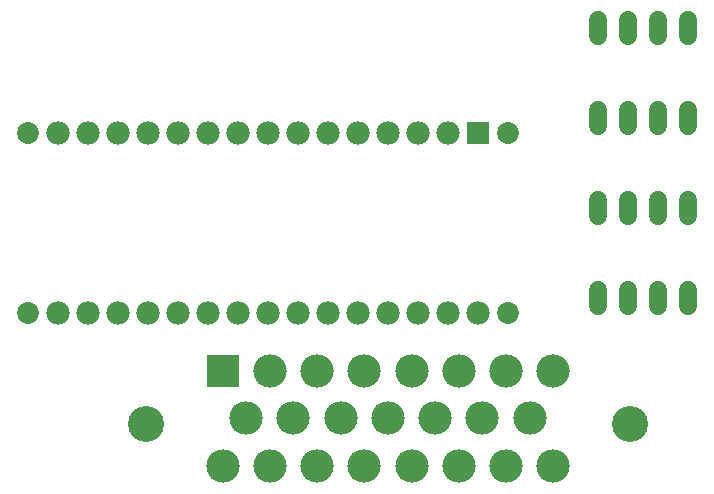
<source format=gbr>
G04 EAGLE Gerber X2 export*
%TF.Part,Single*%
%TF.FileFunction,Soldermask,Bot,1*%
%TF.FilePolarity,Negative*%
%TF.GenerationSoftware,Autodesk,EAGLE,9.1.3*%
%TF.CreationDate,2020-03-18T03:06:25Z*%
G75*
%MOMM*%
%FSLAX34Y34*%
%LPD*%
%AMOC8*
5,1,8,0,0,1.08239X$1,22.5*%
G01*
%ADD10C,1.524000*%
%ADD11C,3.053200*%
%ADD12R,2.828200X2.828200*%
%ADD13C,2.828200*%
%ADD14R,1.981200X1.981200*%
%ADD15C,1.981200*%
%ADD16C,1.854200*%


D10*
X495300Y221996D02*
X495300Y235204D01*
X520700Y235204D02*
X520700Y221996D01*
X571500Y298196D02*
X571500Y311404D01*
X546100Y311404D02*
X546100Y298196D01*
X546100Y235204D02*
X546100Y221996D01*
X571500Y221996D02*
X571500Y235204D01*
X520700Y298196D02*
X520700Y311404D01*
X495300Y311404D02*
X495300Y298196D01*
X495300Y374396D02*
X495300Y387604D01*
X520700Y387604D02*
X520700Y374396D01*
X571500Y450596D02*
X571500Y463804D01*
X546100Y463804D02*
X546100Y450596D01*
X546100Y387604D02*
X546100Y374396D01*
X571500Y374396D02*
X571500Y387604D01*
X520700Y450596D02*
X520700Y463804D01*
X495300Y463804D02*
X495300Y450596D01*
D11*
X112500Y122000D03*
D12*
X177500Y167000D03*
D13*
X217500Y167000D03*
X257500Y167000D03*
X297500Y167000D03*
X337500Y167000D03*
X377500Y167000D03*
X417500Y167000D03*
X457500Y167000D03*
X197500Y127000D03*
X237500Y127000D03*
X277500Y127000D03*
X317500Y127000D03*
X357500Y127000D03*
X397500Y127000D03*
X437500Y127000D03*
X177500Y87000D03*
X217500Y87000D03*
X257500Y87000D03*
X297500Y87000D03*
X337500Y87000D03*
X377500Y87000D03*
X417500Y87000D03*
X457500Y87000D03*
D11*
X522500Y122000D03*
D14*
X393700Y368300D03*
D15*
X368300Y368300D03*
X342900Y368300D03*
X317500Y368300D03*
X292100Y368300D03*
X266700Y368300D03*
X241300Y368300D03*
X215900Y368300D03*
X190500Y368300D03*
X165100Y368300D03*
X139700Y368300D03*
X114300Y368300D03*
X88900Y368300D03*
X63500Y368300D03*
X38100Y368300D03*
X393700Y215900D03*
X368300Y215900D03*
X342900Y215900D03*
X317500Y215900D03*
X292100Y215900D03*
X266700Y215900D03*
X241300Y215900D03*
X215900Y215900D03*
X190500Y215900D03*
X165100Y215900D03*
X139700Y215900D03*
X114300Y215900D03*
X88900Y215900D03*
X63500Y215900D03*
X38100Y215900D03*
D16*
X12700Y368300D03*
X12700Y215900D03*
X419100Y215900D03*
X419100Y368300D03*
M02*

</source>
